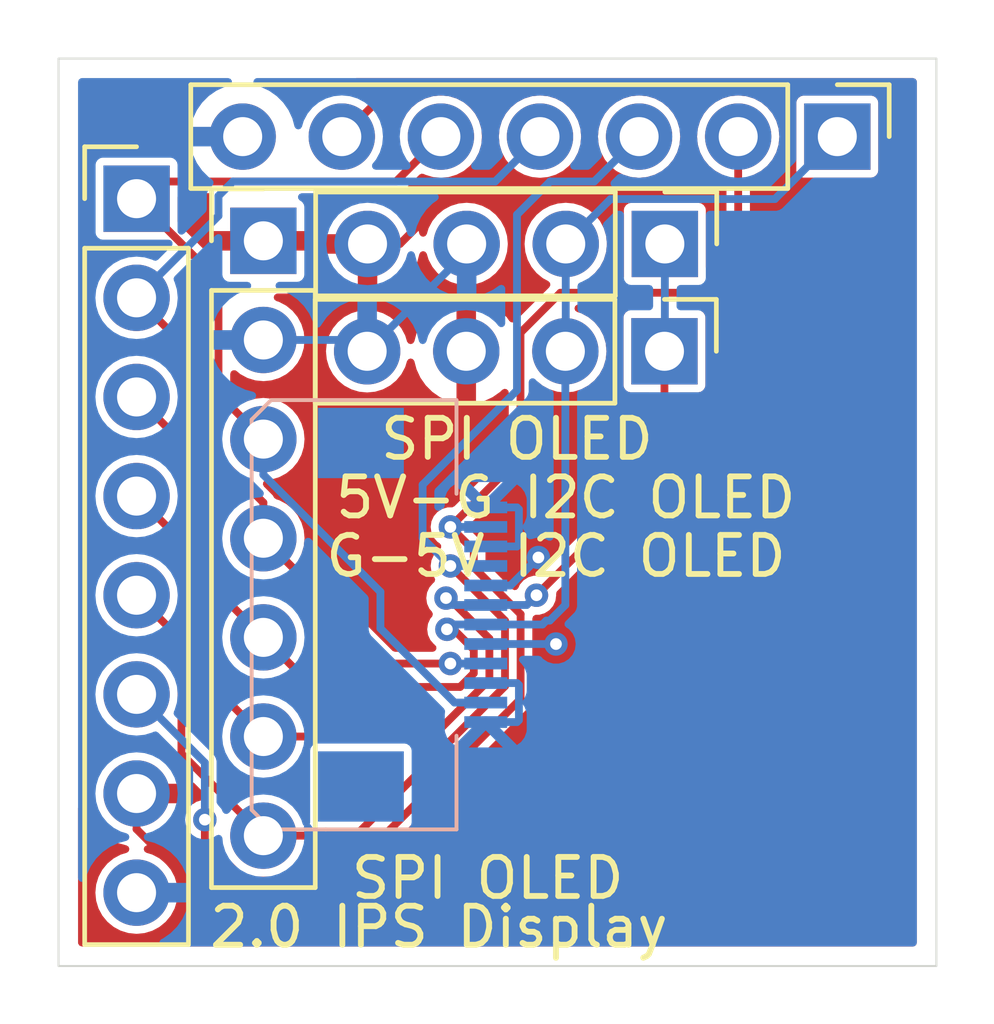
<source format=kicad_pcb>
(kicad_pcb (version 20240108) (generator "pcbnew") (generator_version "8.0")
  (layers (0 "F.Cu" signal) (31 "B.Cu" signal) (34 "B.Paste" user) (35 "F.Paste" user) (36 "B.SilkS" user "B.Silkscreen") (37 "F.SilkS" user "F.Silkscreen") (38 "B.Mask" user) (39 "F.Mask" user) (44 "Edge.Cuts" user))
  (net 0 "")
  (net 1 "UI IO 1")
  (net 2 "UI 0")
  (net 3 "UI 1")
  (net 4 "UI 2")
  (net 5 "GND")
  (net 6 "+5V")
  (net 7 "UI 3")
  (net 8 "UI IO 0")
  (footprint "Connector_PinHeader_2.54mm:PinHeader_1x04_P2.54mm_Vertical" (layer "F.Cu") (at 155.53 96.75 -90)
    (property "Reference" "J4" (hide yes))
    (property "Value" "G-5V I2C OLED" (at 5.25 2.78 180) (layer "F.SilkS"))
    (fp_line (start -1.33 8.95) (end 1.33 8.95) (stroke (width 0.12)) (layer "F.SilkS"))
    (fp_line (start -1.33 1.270001) (end -1.33 8.95) (stroke (width 0.12)) (layer "F.SilkS"))
    (fp_line (start -1.33 1.270001) (end 1.33 1.270001) (stroke (width 0.12)) (layer "F.SilkS"))
    (fp_line (start 1.33 1.270001) (end 1.33 8.95) (stroke (width 0.12)) (layer "F.SilkS"))
    (fp_line (start -1.33 0) (end -1.33 -1.33) (stroke (width 0.12)) (layer "F.SilkS"))
    (fp_line (start -1.33 -1.33) (end 0 -1.33) (stroke (width 0.12)) (layer "F.SilkS"))
    (pad "1" thru_hole rect (at 0 0 270) (size 1.7 1.7) (drill 1) (layers "*.Cu" "*.Mask") (net 1 "UI IO 1"))
    (pad "2" thru_hole oval (at 0 2.54 270) (size 1.7 1.7) (drill 1) (layers "*.Cu" "*.Mask") (net 8 "UI IO 0"))
    (pad "3" thru_hole oval (at 0 5.079999 270) (size 1.7 1.7) (drill 1) (layers "*.Cu" "*.Mask") (net 6 "+5V"))
    (pad "4" thru_hole oval (at 0 7.62 270) (size 1.7 1.7) (drill 1) (layers "*.Cu" "*.Mask") (net 5 "GND"))
  )
  (footprint "Connector_PinHeader_2.54mm:PinHeader_1x08_P2.54mm_Vertical" (layer "F.Cu") (at 142 92.84)
    (property "Reference" "J1" (hide yes))
    (property "Value" "2.0 IPS Display" (at 7.75 18.66 0) (layer "F.SilkS"))
    (fp_line (start -1.33 -1.33) (end 0 -1.33) (stroke (width 0.12)) (layer "F.SilkS"))
    (fp_line (start -1.33 0) (end -1.33 -1.33) (stroke (width 0.12)) (layer "F.SilkS"))
    (fp_line (start -1.33 1.27) (end -1.33 19.11) (stroke (width 0.12)) (layer "F.SilkS"))
    (fp_line (start -1.33 1.27) (end 1.33 1.27) (stroke (width 0.12)) (layer "F.SilkS"))
    (fp_line (start -1.33 19.11) (end 1.33 19.11) (stroke (width 0.12)) (layer "F.SilkS"))
    (fp_line (start 1.33 1.27) (end 1.33 19.11) (stroke (width 0.12)) (layer "F.SilkS"))
    (pad "1" thru_hole rect (at 0 0) (size 1.7 1.7) (drill 1) (layers "*.Cu" "*.Mask") (net 2 "UI 0"))
    (pad "2" thru_hole oval (at 0 2.54) (size 1.7 1.7) (drill 1) (layers "*.Cu" "*.Mask") (net 3 "UI 1"))
    (pad "3" thru_hole oval (at 0 5.08) (size 1.7 1.7) (drill 1) (layers "*.Cu" "*.Mask") (net 8 "UI IO 0"))
    (pad "4" thru_hole oval (at 0 7.62) (size 1.7 1.7) (drill 1) (layers "*.Cu" "*.Mask") (net 1 "UI IO 1"))
    (pad "5" thru_hole oval (at 0 10.16) (size 1.7 1.7) (drill 1) (layers "*.Cu" "*.Mask") (net 4 "UI 2"))
    (pad "6" thru_hole oval (at 0 12.7) (size 1.7 1.7) (drill 1) (layers "*.Cu" "*.Mask") (net 7 "UI 3"))
    (pad "7" thru_hole oval (at 0 15.24) (size 1.7 1.7) (drill 1) (layers "*.Cu" "*.Mask") (net 6 "+5V"))
    (pad "8" thru_hole oval (at 0 17.78) (size 1.7 1.7) (drill 1) (layers "*.Cu" "*.Mask") (net 5 "GND"))
  )
  (footprint "Connector_PinHeader_2.54mm:PinHeader_1x07_P2.54mm_Vertical" (layer "F.Cu") (at 159.96 91.25 -90)
    (property "Reference" "J5" (hide yes))
    (property "Value" "SPI OLED" (at 7.75 8.21 180) (layer "F.SilkS"))
    (fp_line (start -1.33 16.569999) (end 1.33 16.569999) (stroke (width 0.12)) (layer "F.SilkS"))
    (fp_line (start -1.33 1.270001) (end -1.33 16.569999) (stroke (width 0.12)) (layer "F.SilkS"))
    (fp_line (start -1.33 1.270001) (end 1.33 1.270001) (stroke (width 0.12)) (layer "F.SilkS"))
    (fp_line (start 1.33 1.270001) (end 1.33 16.569999) (stroke (width 0.12)) (layer "F.SilkS"))
    (fp_line (start -1.33 0) (end -1.33 -1.33) (stroke (width 0.12)) (layer "F.SilkS"))
    (fp_line (start -1.33 -1.33) (end 0 -1.33) (stroke (width 0.12)) (layer "F.SilkS"))
    (pad "1" thru_hole rect (at 0 0 270) (size 1.7 1.7) (drill 1) (layers "*.Cu" "*.Mask") (net 8 "UI IO 0"))
    (pad "2" thru_hole oval (at 0 2.54 270) (size 1.7 1.7) (drill 1) (layers "*.Cu" "*.Mask") (net 7 "UI 3"))
    (pad "3" thru_hole oval (at 0 5.079999 270) (size 1.7 1.7) (drill 1) (layers "*.Cu" "*.Mask") (net 4 "UI 2"))
    (pad "4" thru_hole oval (at 0 7.62 270) (size 1.7 1.7) (drill 1) (layers "*.Cu" "*.Mask") (net 3 "UI 1"))
    (pad "5" thru_hole oval (at 0 10.16 270) (size 1.7 1.7) (drill 1) (layers "*.Cu" "*.Mask") (net 2 "UI 0"))
    (pad "6" thru_hole oval (at 0 12.7 270) (size 1.7 1.7) (drill 1) (layers "*.Cu" "*.Mask") (net 6 "+5V"))
    (pad "7" thru_hole oval (at 0 15.24 270) (size 1.7 1.7) (drill 1) (layers "*.Cu" "*.Mask") (net 5 "GND"))
  )
  (footprint "Connector_PinHeader_2.54mm:PinHeader_1x04_P2.54mm_Vertical" (layer "F.Cu") (at 155.54 94 -90)
    (property "Reference" "J3" (hide yes))
    (property "Value" "5V-G I2C OLED" (at 6.5 2.54 180) (layer "F.SilkS"))
    (fp_line (start -1.33 8.95) (end 1.33 8.95) (stroke (width 0.12)) (layer "F.SilkS"))
    (fp_line (start -1.33 1.270001) (end -1.33 8.95) (stroke (width 0.12)) (layer "F.SilkS"))
    (fp_line (start -1.33 1.270001) (end 1.33 1.270001) (stroke (width 0.12)) (layer "F.SilkS"))
    (fp_line (start 1.33 1.270001) (end 1.33 8.95) (stroke (width 0.12)) (layer "F.SilkS"))
    (fp_line (start -1.33 0) (end -1.33 -1.33) (stroke (width 0.12)) (layer "F.SilkS"))
    (fp_line (start -1.33 -1.33) (end 0 -1.33) (stroke (width 0.12)) (layer "F.SilkS"))
    (pad "1" thru_hole rect (at 0 0 270) (size 1.7 1.7) (drill 1) (layers "*.Cu" "*.Mask") (net 1 "UI IO 1"))
    (pad "2" thru_hole oval (at 0 2.54 270) (size 1.7 1.7) (drill 1) (layers "*.Cu" "*.Mask") (net 8 "UI IO 0"))
    (pad "3" thru_hole oval (at 0 5.079999 270) (size 1.7 1.7) (drill 1) (layers "*.Cu" "*.Mask") (net 5 "GND"))
    (pad "4" thru_hole oval (at 0 7.62 270) (size 1.7 1.7) (drill 1) (layers "*.Cu" "*.Mask") (net 6 "+5V"))
  )
  (footprint "Connector_PinHeader_2.54mm:PinHeader_1x07_P2.54mm_Vertical" (layer "F.Cu") (at 145.25 93.92)
    (property "Reference" "J2" (hide yes))
    (property "Value" "SPI OLED" (at 5.75 16.33 0) (layer "F.SilkS"))
    (fp_line (start -1.33 -1.33) (end 0 -1.33) (stroke (width 0.12)) (layer "F.SilkS"))
    (fp_line (start -1.33 0) (end -1.33 -1.33) (stroke (width 0.12)) (layer "F.SilkS"))
    (fp_line (start -1.33 1.27) (end -1.33 16.57) (stroke (width 0.12)) (layer "F.SilkS"))
    (fp_line (start -1.33 1.27) (end 1.33 1.27) (stroke (width 0.12)) (layer "F.SilkS"))
    (fp_line (start -1.33 16.57) (end 1.33 16.57) (stroke (width 0.12)) (layer "F.SilkS"))
    (fp_line (start 1.33 1.27) (end 1.33 16.57) (stroke (width 0.12)) (layer "F.SilkS"))
    (pad "1" thru_hole rect (at 0 0) (size 1.7 1.7) (drill 1) (layers "*.Cu" "*.Mask") (net 6 "+5V"))
    (pad "2" thru_hole oval (at 0 2.54) (size 1.7 1.7) (drill 1) (layers "*.Cu" "*.Mask") (net 5 "GND"))
    (pad "3" thru_hole oval (at 0 5.08) (size 1.7 1.7) (drill 1) (layers "*.Cu" "*.Mask") (net 2 "UI 0"))
    (pad "4" thru_hole oval (at 0 7.62) (size 1.7 1.7) (drill 1) (layers "*.Cu" "*.Mask") (net 3 "UI 1"))
    (pad "5" thru_hole oval (at 0 10.16) (size 1.7 1.7) (drill 1) (layers "*.Cu" "*.Mask") (net 8 "UI IO 0"))
    (pad "6" thru_hole oval (at 0 12.7) (size 1.7 1.7) (drill 1) (layers "*.Cu" "*.Mask") (net 1 "UI IO 1"))
    (pad "7" thru_hole oval (at 0 15.24) (size 1.7 1.7) (drill 1) (layers "*.Cu" "*.Mask") (net 4 "UI 2"))
  )
  (footprint "FFC_Connector:FFC Aliexpress 0.5mm 12P" (layer "B.Cu") (at 150 103.5 90)
    (property "Reference" "U2" (hide yes))
    (property "Value" "FFC [U]" (hide yes))
    (fp_line (start 5 -5.05) (end -5 -5.05) (stroke (width 0.1)) (layer "B.SilkS"))
    (fp_line (start 5.5 -4.55) (end 5 -5.05) (stroke (width 0.1)) (layer "B.SilkS"))
    (fp_line (start -5.5 -4.55) (end -5 -5.05) (stroke (width 0.1)) (layer "B.SilkS"))
    (fp_line (start 5.5 -3.15) (end 5.5 -4.55) (stroke (width 0.1)) (layer "B.SilkS"))
    (fp_line (start 5.5 -3.15) (end 5.5 0.2) (stroke (width 0.1)) (layer "B.SilkS"))
    (fp_line (start -5.5 -3.15) (end -5.5 -4.55) (stroke (width 0.1)) (layer "B.SilkS"))
    (fp_line (start -3.1 0.199999) (end -5.5 0.2) (stroke (width 0.1)) (layer "B.SilkS"))
    (fp_line (start 5.5 0.2) (end 3.1 0.199999) (stroke (width 0.1)) (layer "B.SilkS"))
    (fp_line (start -5.5 0.2) (end -5.5 -3.15) (stroke (width 0.1)) (layer "B.SilkS"))
    (pad "" smd rect (at -4.4 -2.25 90) (size 1.8 2.2) (layers "B.Cu" "B.Paste" "B.Mask"))
    (pad "" smd rect (at 4.4 -2.25 90) (size 1.8 2.2) (layers "B.Cu" "B.Paste" "B.Mask"))
    (pad "1" smd rect (at -2.75 0.95 90) (size 0.3 1.1) (layers "B.Cu" "B.Paste" "B.Mask") (net 5 "GND"))
    (pad "2" smd rect (at -2.25 0.95 90) (size 0.3 1.1) (layers "B.Cu" "B.Paste" "B.Mask") (net 2 "UI 0"))
    (pad "3" smd rect (at -1.749999 0.95 90) (size 0.3 1.1) (layers "B.Cu" "B.Paste" "B.Mask") (net 5 "GND"))
    (pad "4" smd rect (at -1.25 0.95 90) (size 0.3 1.1) (layers "B.Cu" "B.Paste" "B.Mask") (net 3 "UI 1"))
    (pad "5" smd rect (at -0.750001 0.95 90) (size 0.3 1.1) (layers "B.Cu" "B.Paste" "B.Mask") (net 6 "+5V"))
    (pad "6" smd rect (at -0.25 0.95 90) (size 0.3 1.1) (layers "B.Cu" "B.Paste" "B.Mask") (net 8 "UI IO 0"))
    (pad "7" smd rect (at 0.25 0.95 90) (size 0.3 1.1) (layers "B.Cu" "B.Paste" "B.Mask") (net 1 "UI IO 1"))
    (pad "8" smd rect (at 0.750001 0.95 90) (size 0.3 1.1) (layers "B.Cu" "B.Paste" "B.Mask") (net 6 "+5V"))
    (pad "9" smd rect (at 1.25 0.95 90) (size 0.3 1.1) (layers "B.Cu" "B.Paste" "B.Mask") (net 4 "UI 2"))
    (pad "10" smd rect (at 1.749999 0.95 90) (size 0.3 1.1) (layers "B.Cu" "B.Paste" "B.Mask") (net 5 "GND"))
    (pad "11" smd rect (at 2.25 0.95 90) (size 0.3 1.1) (layers "B.Cu" "B.Paste" "B.Mask") (net 7 "UI 3"))
    (pad "12" smd rect (at 2.75 0.95 90) (size 0.3 1.1) (layers "B.Cu" "B.Paste" "B.Mask") (net 5 "GND"))
  )
  (gr_rect (start 140 89.25) (end 162.5 112.5) (stroke (width 0.05)) (fill none) (layer "Edge.Cuts"))
  (segment (start 145.25 106.62) (end 143.55 104.92) (width 0.2) (layer "F.Cu") (net 1))
  (segment (start 155.53 99.72) (end 155.53 96.75) (width 0.2) (layer "F.Cu") (net 1))
  (segment (start 143.55 104.92) (end 143.55 102.01) (width 0.2) (layer "F.Cu") (net 1))
  (segment (start 150.003456 103.07319) (end 151.042899 104.112633) (width 0.2) (layer "F.Cu") (net 1))
  (segment (start 149.587141 106.62) (end 145.25 106.62) (width 0.2) (layer "F.Cu") (net 1))
  (segment (start 143.55 102.01) (end 142 100.46) (width 0.2) (layer "F.Cu") (net 1))
  (segment (start 152.25 103) (end 155.53 99.72) (width 0.2) (layer "F.Cu") (net 1))
  (segment (start 149.930952 103.07319) (end 150.003456 103.07319) (width 0.2) (layer "F.Cu") (net 1))
  (segment (start 151.042899 105.164242) (end 149.587141 106.62) (width 0.2) (layer "F.Cu") (net 1))
  (segment (start 151.042899 104.112633) (end 151.042899 105.164242) (width 0.2) (layer "F.Cu") (net 1))
  (via (at 152.25 103) (size 0.6) (drill 0.3) (layers "F.Cu" "B.Cu") (net 1))
  (via (at 149.930952 103.07319) (size 0.6) (drill 0.3) (layers "F.Cu" "B.Cu") (net 1))
  (segment (start 152 103.25) (end 152.25 103) (width 0.2) (layer "B.Cu") (net 1))
  (segment (start 155.54 94) (end 155.54 96.74) (width 0.2) (layer "B.Cu") (net 1))
  (segment (start 150.95 103.25) (end 152 103.25) (width 0.2) (layer "B.Cu") (net 1))
  (segment (start 155.54 96.74) (end 155.53 96.75) (width 0.2) (layer "B.Cu") (net 1))
  (segment (start 150.95 103.25) (end 150.107762 103.25) (width 0.2) (layer "B.Cu") (net 1))
  (segment (start 150.107762 103.25) (end 149.930952 103.07319) (width 0.2) (layer "B.Cu") (net 1))
  (segment (start 144.1 97.85) (end 145.25 99) (width 0.2) (layer "F.Cu") (net 2))
  (segment (start 148.65 92.4) (end 149.8 91.25) (width 0.2) (layer "F.Cu") (net 2))
  (segment (start 144.1 94.94) (end 144.1 97.85) (width 0.2) (layer "F.Cu") (net 2))
  (segment (start 142.44 92.4) (end 148.65 92.4) (width 0.2) (layer "F.Cu") (net 2))
  (segment (start 142 92.84) (end 144.1 94.94) (width 0.2) (layer "F.Cu") (net 2))
  (segment (start 142 92.84) (end 142.44 92.4) (width 0.2) (layer "F.Cu") (net 2))
  (segment (start 148.25 103.849999) (end 150.150001 105.75) (width 0.2) (layer "B.Cu") (net 2))
  (segment (start 145.25 99.913654) (end 148.25 102.913654) (width 0.2) (layer "B.Cu") (net 2))
  (segment (start 150.150001 105.75) (end 150.95 105.75) (width 0.2) (layer "B.Cu") (net 2))
  (segment (start 145.25 99) (end 145.25 99.913654) (width 0.2) (layer "B.Cu") (net 2))
  (segment (start 148.25 102.913654) (end 148.25 103.849999) (width 0.2) (layer "B.Cu") (net 2))
  (segment (start 143.5 96.88) (end 142 95.38) (width 0.2) (layer "F.Cu") (net 3))
  (segment (start 144.15 99.526346) (end 144.15 99.504314) (width 0.2) (layer "F.Cu") (net 3))
  (segment (start 144.15 99.504314) (end 143.5 98.854314) (width 0.2) (layer "F.Cu") (net 3))
  (segment (start 143.5 98.854314) (end 143.5 96.88) (width 0.2) (layer "F.Cu") (net 3))
  (segment (start 150.042899 104.750027) (end 148.460027 104.750027) (width 0.2) (layer "F.Cu") (net 3))
  (segment (start 145.25 100.626346) (end 144.15 99.526346) (width 0.2) (layer "F.Cu") (net 3))
  (segment (start 148.460027 104.750027) (end 145.25 101.54) (width 0.2) (layer "F.Cu") (net 3))
  (segment (start 145.25 101.54) (end 145.25 100.626346) (width 0.2) (layer "F.Cu") (net 3))
  (via (at 150.042899 104.750027) (size 0.6) (drill 0.3) (layers "F.Cu" "B.Cu") (net 3))
  (segment (start 150.95 104.75) (end 150.042926 104.75) (width 0.2) (layer "B.Cu") (net 3))
  (segment (start 151.19 92.4) (end 152.34 91.25) (width 0.2) (layer "B.Cu") (net 3))
  (segment (start 142 95.38) (end 144.1 93.28) (width 0.2) (layer "B.Cu") (net 3))
  (segment (start 150.042926 104.75) (end 150.042899 104.750027) (width 0.2) (layer "B.Cu") (net 3))
  (segment (start 144.47 92.4) (end 151.19 92.4) (width 0.2) (layer "B.Cu") (net 3))
  (segment (start 144.1 93.28) (end 144.1 92.77) (width 0.2) (layer "B.Cu") (net 3))
  (segment (start 144.1 92.77) (end 144.47 92.4) (width 0.2) (layer "B.Cu") (net 3))
  (segment (start 143.15 107.06) (end 143.15 104.15) (width 0.2) (layer "F.Cu") (net 4))
  (segment (start 145.25 109.16) (end 143.15 107.06) (width 0.2) (layer "F.Cu") (net 4))
  (segment (start 150.042899 102.250027) (end 151.442899 103.650027) (width 0.2) (layer "F.Cu") (net 4))
  (segment (start 151.442899 103.650027) (end 151.442899 105.329928) (width 0.2) (layer "F.Cu") (net 4))
  (segment (start 151.442899 105.329928) (end 147.612827 109.16) (width 0.2) (layer "F.Cu") (net 4))
  (segment (start 147.612827 109.16) (end 145.25 109.16) (width 0.2) (layer "F.Cu") (net 4))
  (segment (start 143.15 104.15) (end 142 103) (width 0.2) (layer "F.Cu") (net 4))
  (via (at 150.042899 102.250027) (size 0.6) (drill 0.3) (layers "F.Cu" "B.Cu") (net 4))
  (segment (start 151.75 93.25) (end 151.75 97.75) (width 0.2) (layer "B.Cu") (net 4))
  (segment (start 149.330952 101.53808) (end 150.042899 102.250027) (width 0.2) (layer "B.Cu") (net 4))
  (segment (start 154.880001 91.25) (end 153.730001 92.4) (width 0.2) (layer "B.Cu") (net 4))
  (segment (start 151.75 97.75) (end 149.330952 100.169048) (width 0.2) (layer "B.Cu") (net 4))
  (segment (start 152.6 92.4) (end 151.75 93.25) (width 0.2) (layer "B.Cu") (net 4))
  (segment (start 150.042926 102.25) (end 150.042899 102.250027) (width 0.2) (layer "B.Cu") (net 4))
  (segment (start 150.95 102.25) (end 150.042926 102.25) (width 0.2) (layer "B.Cu") (net 4))
  (segment (start 153.730001 92.4) (end 152.6 92.4) (width 0.2) (layer "B.Cu") (net 4))
  (segment (start 149.330952 100.169048) (end 149.330952 101.53808) (width 0.2) (layer "B.Cu") (net 4))
  (segment (start 150.95 105.249999) (end 151.749999 105.249999) (width 0.2) (layer "B.Cu") (net 5))
  (segment (start 151.8 106.2) (end 151.75 106.25) (width 0.2) (layer "B.Cu") (net 5))
  (segment (start 147.62 96.46) (end 147.91 96.75) (width 0.2) (layer "B.Cu") (net 5))
  (segment (start 147.91 96.75) (end 150.460001 94.199999) (width 0.2) (layer "B.Cu") (net 5))
  (segment (start 150.95 101.750001) (end 151.749999 101.750001) (width 0.2) (layer "B.Cu") (net 5))
  (segment (start 151.8 105.3) (end 151.8 106.2) (width 0.2) (layer "B.Cu") (net 5))
  (segment (start 151.75 106.25) (end 150.95 106.25) (width 0.2) (layer "B.Cu") (net 5))
  (segment (start 151.749999 105.249999) (end 151.8 105.3) (width 0.2) (layer "B.Cu") (net 5))
  (segment (start 151.8 100.8) (end 151.75 100.75) (width 0.2) (layer "B.Cu") (net 5))
  (segment (start 151.8 101.7) (end 151.8 100.8) (width 0.2) (layer "B.Cu") (net 5))
  (segment (start 150.460001 94.199999) (end 150.460001 94) (width 0.2) (layer "B.Cu") (net 5))
  (segment (start 151.75 100.75) (end 150.95 100.75) (width 0.2) (layer "B.Cu") (net 5))
  (segment (start 145.25 96.46) (end 147.62 96.46) (width 0.2) (layer "B.Cu") (net 5))
  (segment (start 151.749999 101.750001) (end 151.8 101.7) (width 0.2) (layer "B.Cu") (net 5))
  (segment (start 142 108.993654) (end 142 108.08) (width 0.2) (layer "F.Cu") (net 6))
  (segment (start 143.756346 110.75) (end 142 108.993654) (width 0.2) (layer "F.Cu") (net 6))
  (segment (start 148.75 94) (end 147.92 94) (width 0.2) (layer "F.Cu") (net 6))
  (segment (start 152.75 104.25) (end 152.75 105.315686) (width 0.2) (layer "F.Cu") (net 6))
  (segment (start 152.75 105.315686) (end 147.315686 110.75) (width 0.2) (layer "F.Cu") (net 6))
  (segment (start 147.315686 110.75) (end 143.756346 110.75) (width 0.2) (layer "F.Cu") (net 6))
  (segment (start 147.26 91.25) (end 148.41 90.1) (width 0.2) (layer "F.Cu") (net 6))
  (segment (start 150.276346 90.1) (end 150.95 90.773654) (width 0.2) (layer "F.Cu") (net 6))
  (segment (start 150.95 91.8) (end 148.75 94) (width 0.2) (layer "F.Cu") (net 6))
  (segment (start 150.95 90.773654) (end 150.95 91.8) (width 0.2) (layer "F.Cu") (net 6))
  (segment (start 148.41 90.1) (end 150.276346 90.1) (width 0.2) (layer "F.Cu") (net 6))
  (via (at 152.299231 102.032821) (size 0.6) (drill 0.3) (layers "F.Cu" "B.Cu") (net 6))
  (via (at 152.75 104.25) (size 0.6) (drill 0.3) (layers "F.Cu" "B.Cu") (net 6))
  (segment (start 152.749999 104.250001) (end 150.95 104.250001) (width 0.2) (layer "B.Cu") (net 6))
  (segment (start 151.582053 102.749999) (end 150.95 102.749999) (width 0.2) (layer "B.Cu") (net 6))
  (segment (start 152.75 104.25) (end 152.749999 104.250001) (width 0.2) (layer "B.Cu") (net 6))
  (segment (start 152.299231 102.032821) (end 151.582053 102.749999) (width 0.2) (layer "B.Cu") (net 6))
  (segment (start 150.0429 101.249974) (end 150.642899 101.849973) (width 0.2) (layer "F.Cu") (net 7))
  (segment (start 156.59 95.25) (end 157.42 94.42) (width 0.2) (layer "F.Cu") (net 7))
  (segment (start 151.84 99.452874) (end 151.84 96.273654) (width 0.2) (layer "F.Cu") (net 7))
  (segment (start 143.75 109.286346) (end 143.75 108.75) (width 0.2) (layer "F.Cu") (net 7))
  (segment (start 151.842899 105.657101) (end 147.19 110.31) (width 0.2) (layer "F.Cu") (net 7))
  (segment (start 150.642899 102.284341) (end 151.842899 103.484341) (width 0.2) (layer "F.Cu") (net 7))
  (segment (start 144.773654 110.31) (end 143.75 109.286346) (width 0.2) (layer "F.Cu") (net 7))
  (segment (start 147.19 110.31) (end 144.773654 110.31) (width 0.2) (layer "F.Cu") (net 7))
  (segment (start 151.84 96.273654) (end 152.863654 95.25) (width 0.2) (layer "F.Cu") (net 7))
  (segment (start 150.0429 101.249974) (end 151.84 99.452874) (width 0.2) (layer "F.Cu") (net 7))
  (segment (start 150.642899 101.849973) (end 150.642899 102.284341) (width 0.2) (layer "F.Cu") (net 7))
  (segment (start 152.863654 95.25) (end 156.59 95.25) (width 0.2) (layer "F.Cu") (net 7))
  (segment (start 151.842899 103.484341) (end 151.842899 105.657101) (width 0.2) (layer "F.Cu") (net 7))
  (segment (start 157.42 94.42) (end 157.42 91.25) (width 0.2) (layer "F.Cu") (net 7))
  (via (at 143.75 108.75) (size 0.6) (drill 0.3) (layers "F.Cu" "B.Cu") (net 7))
  (via (at 150.0429 101.249974) (size 0.6) (drill 0.3) (layers "F.Cu" "B.Cu") (net 7))
  (segment (start 150.042926 101.25) (end 150.0429 101.249974) (width 0.2) (layer "B.Cu") (net 7))
  (segment (start 143.75 107.29) (end 142 105.54) (width 0.2) (layer "B.Cu") (net 7))
  (segment (start 150.95 101.25) (end 150.042926 101.25) (width 0.2) (layer "B.Cu") (net 7))
  (segment (start 143.75 108.75) (end 143.75 107.29) (width 0.2) (layer "B.Cu") (net 7))
  (segment (start 146.520027 105.350027) (end 145.25 104.08) (width 0.2) (layer "F.Cu") (net 8))
  (segment (start 143.95 101.844315) (end 143.75 101.644315) (width 0.2) (layer "F.Cu") (net 8))
  (segment (start 143.75 99.67) (end 142 97.92) (width 0.2) (layer "F.Cu") (net 8))
  (segment (start 145.25 104.08) (end 143.95 102.78) (width 0.2) (layer "F.Cu") (net 8))
  (segment (start 149.95458 103.872843) (end 150.122843 103.872843) (width 0.2) (layer "F.Cu") (net 8))
  (segment (start 150.642899 104.392899) (end 150.642899 104.998556) (width 0.2) (layer "F.Cu") (net 8))
  (segment (start 143.95 102.78) (end 143.95 101.844315) (width 0.2) (layer "F.Cu") (net 8))
  (segment (start 150.642899 104.998556) (end 150.291428 105.350027) (width 0.2) (layer "F.Cu") (net 8))
  (segment (start 150.291428 105.350027) (end 146.520027 105.350027) (width 0.2) (layer "F.Cu") (net 8))
  (segment (start 143.75 101.644315) (end 143.75 99.67) (width 0.2) (layer "F.Cu") (net 8))
  (segment (start 150.122843 103.872843) (end 150.642899 104.392899) (width 0.2) (layer "F.Cu") (net 8))
  (via (at 149.95458 103.872843) (size 0.6) (drill 0.3) (layers "F.Cu" "B.Cu") (net 8))
  (segment (start 152.501471 103.65) (end 152.401471 103.75) (width 0.2) (layer "B.Cu") (net 8))
  (segment (start 152.99 103.25) (end 152.59 103.65) (width 0.2) (layer "B.Cu") (net 8))
  (segment (start 150.077423 103.75) (end 149.95458 103.872843) (width 0.2) (layer "B.Cu") (net 8))
  (segment (start 158.36 92.85) (end 159.96 91.25) (width 0.2) (layer "B.Cu") (net 8))
  (segment (start 152.99 96.75) (end 152.99 103.25) (width 0.2) (layer "B.Cu") (net 8))
  (segment (start 153 94) (end 153 96.74) (width 0.2) (layer "B.Cu") (net 8))
  (segment (start 153 94) (end 154.15 92.85) (width 0.2) (layer "B.Cu") (net 8))
  (segment (start 152.401471 103.75) (end 150.95 103.75) (width 0.2) (layer "B.Cu") (net 8))
  (segment (start 150.95 103.75) (end 150.077423 103.75) (width 0.2) (layer "B.Cu") (net 8))
  (segment (start 153 96.74) (end 152.99 96.75) (width 0.2) (layer "B.Cu") (net 8))
  (segment (start 154.15 92.85) (end 158.36 92.85) (width 0.2) (layer "B.Cu") (net 8))
  (segment (start 152.59 103.65) (end 152.501471 103.65) (width 0.2) (layer "B.Cu") (net 8))
  (zone (net 6) (net_name "+5V") (layer "F.Cu") (connect_pads (clearance 0.2)) (min_thickness 0.2) (fill yes (thermal_gap 0.5) (thermal_bridge_width 0.5))
    (polygon (pts (xy 139 88.25) (xy 163.5 88.25) (xy 163.5 113.5) (xy 139 113.5)))
  )
  (zone (net 5) (net_name "GND") (layer "B.Cu") (priority 1) (connect_pads (clearance 0.2)) (min_thickness 0.2) (fill yes (thermal_gap 0.5) (thermal_bridge_width 0.5))
    (polygon (pts (xy 138.5 87.75) (xy 164 87.75) (xy 164 114) (xy 138.5 114)))
  )
)
</source>
